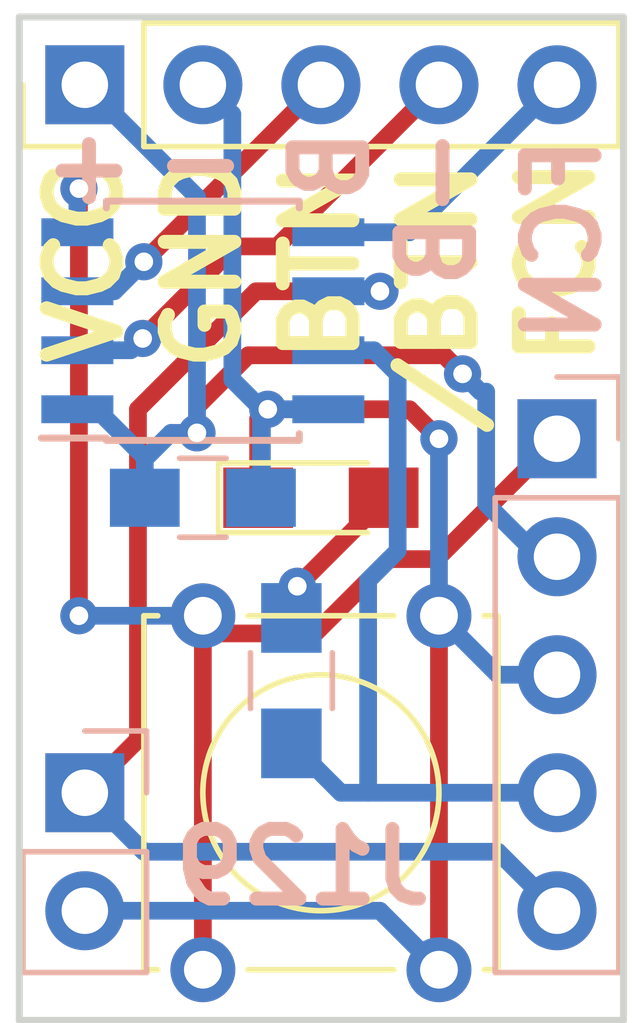
<source format=kicad_pcb>
(kicad_pcb (version 20171130) (host pcbnew "(5.0.2)-1")

  (general
    (thickness 1.6)
    (drawings 15)
    (tracks 87)
    (zones 0)
    (modules 8)
    (nets 10)
  )

  (page A4)
  (layers
    (0 F.Cu signal)
    (31 B.Cu signal)
    (32 B.Adhes user)
    (33 F.Adhes user)
    (34 B.Paste user)
    (35 F.Paste user)
    (36 B.SilkS user)
    (37 F.SilkS user)
    (38 B.Mask user)
    (39 F.Mask user)
    (40 Dwgs.User user)
    (41 Cmts.User user)
    (42 Eco1.User user)
    (43 Eco2.User user)
    (44 Edge.Cuts user)
    (45 Margin user)
    (46 B.CrtYd user)
    (47 F.CrtYd user)
    (48 B.Fab user)
    (49 F.Fab user)
  )

  (setup
    (last_trace_width 0.381)
    (user_trace_width 0.381)
    (user_trace_width 0.508)
    (user_trace_width 0.635)
    (user_trace_width 1.016)
    (user_trace_width 1.27)
    (trace_clearance 0.2)
    (zone_clearance 0.508)
    (zone_45_only no)
    (trace_min 0.2)
    (segment_width 0.2)
    (edge_width 0.15)
    (via_size 0.8)
    (via_drill 0.4)
    (via_min_size 0.4)
    (via_min_drill 0.3)
    (uvia_size 0.3)
    (uvia_drill 0.1)
    (uvias_allowed no)
    (uvia_min_size 0.2)
    (uvia_min_drill 0.1)
    (pcb_text_width 0.3)
    (pcb_text_size 1.5 1.5)
    (mod_edge_width 0.15)
    (mod_text_size 1 1)
    (mod_text_width 0.15)
    (pad_size 1.524 1.524)
    (pad_drill 0.762)
    (pad_to_mask_clearance 0.051)
    (solder_mask_min_width 0.25)
    (aux_axis_origin 0 0)
    (grid_origin 179.07 119.38)
    (visible_elements 7FF9FFFF)
    (pcbplotparams
      (layerselection 0x010f0_ffffffff)
      (usegerberextensions true)
      (usegerberattributes false)
      (usegerberadvancedattributes false)
      (creategerberjobfile false)
      (excludeedgelayer true)
      (linewidth 0.100000)
      (plotframeref false)
      (viasonmask false)
      (mode 1)
      (useauxorigin false)
      (hpglpennumber 1)
      (hpglpenspeed 20)
      (hpglpendiameter 15.000000)
      (psnegative false)
      (psa4output false)
      (plotreference true)
      (plotvalue true)
      (plotinvisibletext false)
      (padsonsilk false)
      (subtractmaskfromsilk false)
      (outputformat 1)
      (mirror false)
      (drillshape 0)
      (scaleselection 1)
      (outputdirectory ""))
  )

  (net 0 "")
  (net 1 VCC)
  (net 2 GND)
  (net 3 "Net-(D1-Pad2)")
  (net 4 PRESS)
  (net 5 -PRESS)
  (net 6 FUNCTION)
  (net 7 ICSPCLK)
  (net 8 ICSPDAT)
  (net 9 -MCLR)

  (net_class Default "This is the default net class."
    (clearance 0.2)
    (trace_width 0.25)
    (via_dia 0.8)
    (via_drill 0.4)
    (uvia_dia 0.3)
    (uvia_drill 0.1)
    (add_net -MCLR)
    (add_net -PRESS)
    (add_net FUNCTION)
    (add_net GND)
    (add_net ICSPCLK)
    (add_net ICSPDAT)
    (add_net "Net-(D1-Pad2)")
    (add_net PRESS)
    (add_net VCC)
  )

  (module Housings_SOIC:SOIC-8_3.9x4.9mm_Pitch1.27mm (layer B.Cu) (tedit 5C50D8F4) (tstamp 5C510591)
    (at 172.72 121.92)
    (descr "8-Lead Plastic Small Outline (SN) - Narrow, 3.90 mm Body [SOIC] (see Microchip Packaging Specification 00000049BS.pdf)")
    (tags "SOIC 1.27")
    (path /5C50CFAF)
    (attr smd)
    (fp_text reference U1 (at 0 3.5) (layer B.SilkS) hide
      (effects (font (size 1 1) (thickness 0.15)) (justify mirror))
    )
    (fp_text value PIC12F1822 (at 0 -3.5) (layer B.Fab) hide
      (effects (font (size 1 1) (thickness 0.15)) (justify mirror))
    )
    (fp_text user %R (at 0 0) (layer B.Fab) hide
      (effects (font (size 1 1) (thickness 0.15)) (justify mirror))
    )
    (fp_line (start -0.95 2.45) (end 1.95 2.45) (layer B.Fab) (width 0.1))
    (fp_line (start 1.95 2.45) (end 1.95 -2.45) (layer B.Fab) (width 0.1))
    (fp_line (start 1.95 -2.45) (end -1.95 -2.45) (layer B.Fab) (width 0.1))
    (fp_line (start -1.95 -2.45) (end -1.95 1.45) (layer B.Fab) (width 0.1))
    (fp_line (start -1.95 1.45) (end -0.95 2.45) (layer B.Fab) (width 0.1))
    (fp_line (start -3.73 2.7) (end -3.73 -2.7) (layer B.CrtYd) (width 0.05))
    (fp_line (start 3.73 2.7) (end 3.73 -2.7) (layer B.CrtYd) (width 0.05))
    (fp_line (start -3.73 2.7) (end 3.73 2.7) (layer B.CrtYd) (width 0.05))
    (fp_line (start -3.73 -2.7) (end 3.73 -2.7) (layer B.CrtYd) (width 0.05))
    (fp_line (start -2.075 2.575) (end -2.075 2.525) (layer B.SilkS) (width 0.15))
    (fp_line (start 2.075 2.575) (end 2.075 2.43) (layer B.SilkS) (width 0.15))
    (fp_line (start 2.075 -2.575) (end 2.075 -2.43) (layer B.SilkS) (width 0.15))
    (fp_line (start -2.075 -2.575) (end -2.075 -2.43) (layer B.SilkS) (width 0.15))
    (fp_line (start -2.075 2.575) (end 2.075 2.575) (layer B.SilkS) (width 0.15))
    (fp_line (start -2.075 -2.575) (end 2.075 -2.575) (layer B.SilkS) (width 0.15))
    (fp_line (start -2.075 2.525) (end -3.475 2.525) (layer B.SilkS) (width 0.15))
    (pad 1 smd rect (at -2.7 1.905) (size 1.55 0.6) (layers B.Cu B.Paste B.Mask)
      (net 1 VCC))
    (pad 2 smd rect (at -2.7 0.635) (size 1.55 0.6) (layers B.Cu B.Paste B.Mask)
      (net 5 -PRESS))
    (pad 3 smd rect (at -2.7 -0.635) (size 1.55 0.6) (layers B.Cu B.Paste B.Mask)
      (net 4 PRESS))
    (pad 4 smd rect (at -2.7 -1.905) (size 1.55 0.6) (layers B.Cu B.Paste B.Mask)
      (net 9 -MCLR))
    (pad 5 smd rect (at 2.7 -1.905) (size 1.55 0.6) (layers B.Cu B.Paste B.Mask)
      (net 6 FUNCTION))
    (pad 6 smd rect (at 2.7 -0.635) (size 1.55 0.6) (layers B.Cu B.Paste B.Mask)
      (net 7 ICSPCLK))
    (pad 7 smd rect (at 2.7 0.635) (size 1.55 0.6) (layers B.Cu B.Paste B.Mask)
      (net 8 ICSPDAT))
    (pad 8 smd rect (at 2.7 1.905) (size 1.55 0.6) (layers B.Cu B.Paste B.Mask)
      (net 2 GND))
    (model ${KISYS3DMOD}/Housings_SOIC.3dshapes/SOIC-8_3.9x4.9mm_Pitch1.27mm.wrl
      (at (xyz 0 0 0))
      (scale (xyz 1 1 1))
      (rotate (xyz 0 0 0))
    )
  )

  (module Capacitors_SMD:C_0805_HandSoldering (layer B.Cu) (tedit 5C50D8F1) (tstamp 5C510472)
    (at 172.72 125.73 180)
    (descr "Capacitor SMD 0805, hand soldering")
    (tags "capacitor 0805")
    (path /5C50D6F4)
    (attr smd)
    (fp_text reference C1 (at 0 1.75 180) (layer B.SilkS) hide
      (effects (font (size 1 1) (thickness 0.15)) (justify mirror))
    )
    (fp_text value .1u (at 0 -1.75 180) (layer B.Fab) hide
      (effects (font (size 1 1) (thickness 0.15)) (justify mirror))
    )
    (fp_line (start 2.25 -0.87) (end -2.25 -0.87) (layer B.CrtYd) (width 0.05))
    (fp_line (start 2.25 -0.87) (end 2.25 0.88) (layer B.CrtYd) (width 0.05))
    (fp_line (start -2.25 0.88) (end -2.25 -0.87) (layer B.CrtYd) (width 0.05))
    (fp_line (start -2.25 0.88) (end 2.25 0.88) (layer B.CrtYd) (width 0.05))
    (fp_line (start -0.5 -0.85) (end 0.5 -0.85) (layer B.SilkS) (width 0.12))
    (fp_line (start 0.5 0.85) (end -0.5 0.85) (layer B.SilkS) (width 0.12))
    (fp_line (start -1 0.62) (end 1 0.62) (layer B.Fab) (width 0.1))
    (fp_line (start 1 0.62) (end 1 -0.62) (layer B.Fab) (width 0.1))
    (fp_line (start 1 -0.62) (end -1 -0.62) (layer B.Fab) (width 0.1))
    (fp_line (start -1 -0.62) (end -1 0.62) (layer B.Fab) (width 0.1))
    (fp_text user %R (at 0 1.75 180) (layer B.Fab) hide
      (effects (font (size 1 1) (thickness 0.15)) (justify mirror))
    )
    (pad 2 smd rect (at 1.25 0 180) (size 1.5 1.25) (layers B.Cu B.Paste B.Mask)
      (net 1 VCC))
    (pad 1 smd rect (at -1.25 0 180) (size 1.5 1.25) (layers B.Cu B.Paste B.Mask)
      (net 2 GND))
    (model Capacitors_SMD.3dshapes/C_0805.wrl
      (at (xyz 0 0 0))
      (scale (xyz 1 1 1))
      (rotate (xyz 0 0 0))
    )
  )

  (module LEDs:LED_0805_HandSoldering (layer F.Cu) (tedit 5C50D902) (tstamp 5C510487)
    (at 175.26 125.73)
    (descr "Resistor SMD 0805, hand soldering")
    (tags "resistor 0805")
    (path /5C50D84A)
    (attr smd)
    (fp_text reference D1 (at -3.81 0) (layer F.SilkS) hide
      (effects (font (size 1 1) (thickness 0.15)))
    )
    (fp_text value LED_ALT (at 0 1.75) (layer F.Fab) hide
      (effects (font (size 1 1) (thickness 0.15)))
    )
    (fp_line (start -2.2 -0.75) (end -2.2 0.75) (layer F.SilkS) (width 0.12))
    (fp_line (start 2.35 0.9) (end -2.35 0.9) (layer F.CrtYd) (width 0.05))
    (fp_line (start 2.35 0.9) (end 2.35 -0.9) (layer F.CrtYd) (width 0.05))
    (fp_line (start -2.35 -0.9) (end -2.35 0.9) (layer F.CrtYd) (width 0.05))
    (fp_line (start -2.35 -0.9) (end 2.35 -0.9) (layer F.CrtYd) (width 0.05))
    (fp_line (start -2.2 -0.75) (end 1 -0.75) (layer F.SilkS) (width 0.12))
    (fp_line (start 1 0.75) (end -2.2 0.75) (layer F.SilkS) (width 0.12))
    (fp_line (start -1 -0.62) (end 1 -0.62) (layer F.Fab) (width 0.1))
    (fp_line (start 1 -0.62) (end 1 0.62) (layer F.Fab) (width 0.1))
    (fp_line (start 1 0.62) (end -1 0.62) (layer F.Fab) (width 0.1))
    (fp_line (start -1 0.62) (end -1 -0.62) (layer F.Fab) (width 0.1))
    (fp_line (start 0.2 -0.4) (end 0.2 0.4) (layer F.Fab) (width 0.1))
    (fp_line (start 0.2 0.4) (end -0.4 0) (layer F.Fab) (width 0.1))
    (fp_line (start -0.4 0) (end 0.2 -0.4) (layer F.Fab) (width 0.1))
    (fp_line (start -0.4 -0.4) (end -0.4 0.4) (layer F.Fab) (width 0.1))
    (pad 2 smd rect (at 1.35 0) (size 1.5 1.3) (layers F.Cu F.Paste F.Mask)
      (net 3 "Net-(D1-Pad2)"))
    (pad 1 smd rect (at -1.35 0) (size 1.5 1.3) (layers F.Cu F.Paste F.Mask)
      (net 2 GND))
    (model ${KISYS3DMOD}/LEDs.3dshapes/LED_0805.wrl
      (at (xyz 0 0 0))
      (scale (xyz 1 1 1))
      (rotate (xyz 0 0 0))
    )
  )

  (module Pin_Headers:Pin_Header_Straight_1x05_Pitch2.54mm (layer F.Cu) (tedit 5C50D616) (tstamp 5C5104A0)
    (at 170.18 116.84 90)
    (descr "Through hole straight pin header, 1x05, 2.54mm pitch, single row")
    (tags "Through hole pin header THT 1x05 2.54mm single row")
    (path /5C50D379)
    (fp_text reference J1 (at 0 -2.33 90) (layer F.SilkS) hide
      (effects (font (size 1 1) (thickness 0.15)))
    )
    (fp_text value BREADBOARD (at 2.54 5.08 180) (layer F.Fab)
      (effects (font (size 1 1) (thickness 0.15)))
    )
    (fp_line (start -0.635 -1.27) (end 1.27 -1.27) (layer F.Fab) (width 0.1))
    (fp_line (start 1.27 -1.27) (end 1.27 11.43) (layer F.Fab) (width 0.1))
    (fp_line (start 1.27 11.43) (end -1.27 11.43) (layer F.Fab) (width 0.1))
    (fp_line (start -1.27 11.43) (end -1.27 -0.635) (layer F.Fab) (width 0.1))
    (fp_line (start -1.27 -0.635) (end -0.635 -1.27) (layer F.Fab) (width 0.1))
    (fp_line (start -1.33 11.49) (end 1.33 11.49) (layer F.SilkS) (width 0.12))
    (fp_line (start -1.33 1.27) (end -1.33 11.49) (layer F.SilkS) (width 0.12))
    (fp_line (start 1.33 1.27) (end 1.33 11.49) (layer F.SilkS) (width 0.12))
    (fp_line (start -1.33 1.27) (end 1.33 1.27) (layer F.SilkS) (width 0.12))
    (fp_line (start -1.33 0) (end -1.33 -1.33) (layer F.SilkS) (width 0.12))
    (fp_line (start -1.33 -1.33) (end 0 -1.33) (layer F.SilkS) (width 0.12))
    (fp_line (start -1.8 -1.8) (end -1.8 11.95) (layer F.CrtYd) (width 0.05))
    (fp_line (start -1.8 11.95) (end 1.8 11.95) (layer F.CrtYd) (width 0.05))
    (fp_line (start 1.8 11.95) (end 1.8 -1.8) (layer F.CrtYd) (width 0.05))
    (fp_line (start 1.8 -1.8) (end -1.8 -1.8) (layer F.CrtYd) (width 0.05))
    (fp_text user %R (at 0 5.08 180) (layer F.Fab)
      (effects (font (size 1 1) (thickness 0.15)))
    )
    (pad 1 thru_hole rect (at 0 0 90) (size 1.7 1.7) (drill 1) (layers *.Cu *.Mask)
      (net 1 VCC))
    (pad 2 thru_hole oval (at 0 2.54 90) (size 1.7 1.7) (drill 1) (layers *.Cu *.Mask)
      (net 2 GND))
    (pad 3 thru_hole oval (at 0 5.08 90) (size 1.7 1.7) (drill 1) (layers *.Cu *.Mask)
      (net 4 PRESS))
    (pad 4 thru_hole oval (at 0 7.62 90) (size 1.7 1.7) (drill 1) (layers *.Cu *.Mask)
      (net 5 -PRESS))
    (pad 5 thru_hole oval (at 0 10.16 90) (size 1.7 1.7) (drill 1) (layers *.Cu *.Mask)
      (net 6 FUNCTION))
    (model ${KISYS3DMOD}/Pin_Headers.3dshapes/Pin_Header_Straight_1x05_Pitch2.54mm.wrl
      (at (xyz 0 0 0))
      (scale (xyz 1 1 1))
      (rotate (xyz 0 0 0))
    )
  )

  (module Pin_Headers:Pin_Header_Straight_1x05_Pitch2.54mm (layer B.Cu) (tedit 5C50D906) (tstamp 5C5104B9)
    (at 180.34 124.46 180)
    (descr "Through hole straight pin header, 1x05, 2.54mm pitch, single row")
    (tags "Through hole pin header THT 1x05 2.54mm single row")
    (path /5C50D2CA)
    (fp_text reference J2 (at 0 2.33 180) (layer B.SilkS) hide
      (effects (font (size 1 1) (thickness 0.15)) (justify mirror))
    )
    (fp_text value ICSP (at 0 -12.49 180) (layer B.Fab) hide
      (effects (font (size 1 1) (thickness 0.15)) (justify mirror))
    )
    (fp_text user %R (at 0 -5.08 90) (layer B.Fab)
      (effects (font (size 1 1) (thickness 0.15)) (justify mirror))
    )
    (fp_line (start 1.8 1.8) (end -1.8 1.8) (layer B.CrtYd) (width 0.05))
    (fp_line (start 1.8 -11.95) (end 1.8 1.8) (layer B.CrtYd) (width 0.05))
    (fp_line (start -1.8 -11.95) (end 1.8 -11.95) (layer B.CrtYd) (width 0.05))
    (fp_line (start -1.8 1.8) (end -1.8 -11.95) (layer B.CrtYd) (width 0.05))
    (fp_line (start -1.33 1.33) (end 0 1.33) (layer B.SilkS) (width 0.12))
    (fp_line (start -1.33 0) (end -1.33 1.33) (layer B.SilkS) (width 0.12))
    (fp_line (start -1.33 -1.27) (end 1.33 -1.27) (layer B.SilkS) (width 0.12))
    (fp_line (start 1.33 -1.27) (end 1.33 -11.49) (layer B.SilkS) (width 0.12))
    (fp_line (start -1.33 -1.27) (end -1.33 -11.49) (layer B.SilkS) (width 0.12))
    (fp_line (start -1.33 -11.49) (end 1.33 -11.49) (layer B.SilkS) (width 0.12))
    (fp_line (start -1.27 0.635) (end -0.635 1.27) (layer B.Fab) (width 0.1))
    (fp_line (start -1.27 -11.43) (end -1.27 0.635) (layer B.Fab) (width 0.1))
    (fp_line (start 1.27 -11.43) (end -1.27 -11.43) (layer B.Fab) (width 0.1))
    (fp_line (start 1.27 1.27) (end 1.27 -11.43) (layer B.Fab) (width 0.1))
    (fp_line (start -0.635 1.27) (end 1.27 1.27) (layer B.Fab) (width 0.1))
    (pad 5 thru_hole oval (at 0 -10.16 180) (size 1.7 1.7) (drill 1) (layers *.Cu *.Mask)
      (net 7 ICSPCLK))
    (pad 4 thru_hole oval (at 0 -7.62 180) (size 1.7 1.7) (drill 1) (layers *.Cu *.Mask)
      (net 8 ICSPDAT))
    (pad 3 thru_hole oval (at 0 -5.08 180) (size 1.7 1.7) (drill 1) (layers *.Cu *.Mask)
      (net 2 GND))
    (pad 2 thru_hole oval (at 0 -2.54 180) (size 1.7 1.7) (drill 1) (layers *.Cu *.Mask)
      (net 1 VCC))
    (pad 1 thru_hole rect (at 0 0 180) (size 1.7 1.7) (drill 1) (layers *.Cu *.Mask)
      (net 9 -MCLR))
    (model ${KISYS3DMOD}/Pin_Headers.3dshapes/Pin_Header_Straight_1x05_Pitch2.54mm.wrl
      (at (xyz 0 0 0))
      (scale (xyz 1 1 1))
      (rotate (xyz 0 0 0))
    )
  )

  (module Pin_Headers:Pin_Header_Straight_1x02_Pitch2.54mm (layer B.Cu) (tedit 5C50D6ED) (tstamp 5C5104CF)
    (at 170.18 132.08 180)
    (descr "Through hole straight pin header, 1x02, 2.54mm pitch, single row")
    (tags "Through hole pin header THT 1x02 2.54mm single row")
    (path /5C50E12E)
    (fp_text reference JP1 (at 0 2.33 180) (layer B.SilkS) hide
      (effects (font (size 1 1) (thickness 0.15)) (justify mirror))
    )
    (fp_text value Jumper (at 0 -4.87 180) (layer B.Fab)
      (effects (font (size 1 1) (thickness 0.15)) (justify mirror))
    )
    (fp_text user %R (at 0 -1.27 90) (layer B.Fab)
      (effects (font (size 1 1) (thickness 0.15)) (justify mirror))
    )
    (fp_line (start 1.8 1.8) (end -1.8 1.8) (layer B.CrtYd) (width 0.05))
    (fp_line (start 1.8 -4.35) (end 1.8 1.8) (layer B.CrtYd) (width 0.05))
    (fp_line (start -1.8 -4.35) (end 1.8 -4.35) (layer B.CrtYd) (width 0.05))
    (fp_line (start -1.8 1.8) (end -1.8 -4.35) (layer B.CrtYd) (width 0.05))
    (fp_line (start -1.33 1.33) (end 0 1.33) (layer B.SilkS) (width 0.12))
    (fp_line (start -1.33 0) (end -1.33 1.33) (layer B.SilkS) (width 0.12))
    (fp_line (start -1.33 -1.27) (end 1.33 -1.27) (layer B.SilkS) (width 0.12))
    (fp_line (start 1.33 -1.27) (end 1.33 -3.87) (layer B.SilkS) (width 0.12))
    (fp_line (start -1.33 -1.27) (end -1.33 -3.87) (layer B.SilkS) (width 0.12))
    (fp_line (start -1.33 -3.87) (end 1.33 -3.87) (layer B.SilkS) (width 0.12))
    (fp_line (start -1.27 0.635) (end -0.635 1.27) (layer B.Fab) (width 0.1))
    (fp_line (start -1.27 -3.81) (end -1.27 0.635) (layer B.Fab) (width 0.1))
    (fp_line (start 1.27 -3.81) (end -1.27 -3.81) (layer B.Fab) (width 0.1))
    (fp_line (start 1.27 1.27) (end 1.27 -3.81) (layer B.Fab) (width 0.1))
    (fp_line (start -0.635 1.27) (end 1.27 1.27) (layer B.Fab) (width 0.1))
    (pad 2 thru_hole oval (at 0 -2.54 180) (size 1.7 1.7) (drill 1) (layers *.Cu *.Mask)
      (net 2 GND))
    (pad 1 thru_hole rect (at 0 0 180) (size 1.7 1.7) (drill 1) (layers *.Cu *.Mask)
      (net 7 ICSPCLK))
    (model ${KISYS3DMOD}/Pin_Headers.3dshapes/Pin_Header_Straight_1x02_Pitch2.54mm.wrl
      (at (xyz 0 0 0))
      (scale (xyz 1 1 1))
      (rotate (xyz 0 0 0))
    )
  )

  (module Resistors_SMD:R_0805_HandSoldering (layer B.Cu) (tedit 5C50D973) (tstamp 5C5104E0)
    (at 174.625 129.667 270)
    (descr "Resistor SMD 0805, hand soldering")
    (tags "resistor 0805")
    (path /5C50D8F5)
    (attr smd)
    (fp_text reference R1 (at 0 1.7 270) (layer B.SilkS) hide
      (effects (font (size 1 1) (thickness 0.15)) (justify mirror))
    )
    (fp_text value 499 (at 0 0 270) (layer B.Fab) hide
      (effects (font (size 1 1) (thickness 0.15)) (justify mirror))
    )
    (fp_line (start 2.35 -0.9) (end -2.35 -0.9) (layer B.CrtYd) (width 0.05))
    (fp_line (start 2.35 -0.9) (end 2.35 0.9) (layer B.CrtYd) (width 0.05))
    (fp_line (start -2.35 0.9) (end -2.35 -0.9) (layer B.CrtYd) (width 0.05))
    (fp_line (start -2.35 0.9) (end 2.35 0.9) (layer B.CrtYd) (width 0.05))
    (fp_line (start -0.6 0.88) (end 0.6 0.88) (layer B.SilkS) (width 0.12))
    (fp_line (start 0.6 -0.88) (end -0.6 -0.88) (layer B.SilkS) (width 0.12))
    (fp_line (start -1 0.62) (end 1 0.62) (layer B.Fab) (width 0.1))
    (fp_line (start 1 0.62) (end 1 -0.62) (layer B.Fab) (width 0.1))
    (fp_line (start 1 -0.62) (end -1 -0.62) (layer B.Fab) (width 0.1))
    (fp_line (start -1 -0.62) (end -1 0.62) (layer B.Fab) (width 0.1))
    (fp_text user %R (at 0 0 270) (layer B.Fab) hide
      (effects (font (size 0.5 0.5) (thickness 0.075)) (justify mirror))
    )
    (pad 2 smd rect (at 1.35 0 270) (size 1.5 1.3) (layers B.Cu B.Paste B.Mask)
      (net 8 ICSPDAT))
    (pad 1 smd rect (at -1.35 0 270) (size 1.5 1.3) (layers B.Cu B.Paste B.Mask)
      (net 3 "Net-(D1-Pad2)"))
    (model ${KISYS3DMOD}/Resistors_SMD.3dshapes/R_0805.wrl
      (at (xyz 0 0 0))
      (scale (xyz 1 1 1))
      (rotate (xyz 0 0 0))
    )
  )

  (module Buttons_Switches_THT:SW_Tactile_Straight_KSA0Axx1LFTR (layer F.Cu) (tedit 5C50D96A) (tstamp 5C5104FA)
    (at 172.72 135.89 90)
    (descr "SW PUSH SMALL http://www.ckswitches.com/media/1457/ksa_ksl.pdf")
    (tags "SW PUSH SMALL Tactile C&K")
    (path /5C50D0EC)
    (fp_text reference SW1 (at 3.81 -2.08 90) (layer F.SilkS) hide
      (effects (font (size 1 1) (thickness 0.15)))
    )
    (fp_text value SW_Push (at 3.81 3.81 90) (layer F.Fab) hide
      (effects (font (size 1 1) (thickness 0.15)))
    )
    (fp_circle (center 3.81 2.54) (end 3.81 0) (layer F.SilkS) (width 0.12))
    (fp_line (start 0 6.05) (end 0 6.35) (layer F.SilkS) (width 0.12))
    (fp_line (start 7.62 6.05) (end 7.62 6.35) (layer F.SilkS) (width 0.12))
    (fp_line (start 8.57 6.49) (end -0.95 6.49) (layer F.CrtYd) (width 0.05))
    (fp_line (start 8.57 6.49) (end 8.57 -1.41) (layer F.CrtYd) (width 0.05))
    (fp_line (start -0.95 -1.41) (end -0.95 6.49) (layer F.CrtYd) (width 0.05))
    (fp_line (start -0.95 -1.41) (end 8.57 -1.41) (layer F.CrtYd) (width 0.05))
    (fp_line (start 0 0.97) (end 0 4.11) (layer F.SilkS) (width 0.12))
    (fp_line (start 7.62 0.97) (end 7.62 4.11) (layer F.SilkS) (width 0.12))
    (fp_line (start 0 -1.27) (end 0 -0.97) (layer F.SilkS) (width 0.12))
    (fp_line (start 7.62 6.35) (end 0 6.35) (layer F.SilkS) (width 0.12))
    (fp_line (start 7.62 -1.27) (end 7.62 -0.97) (layer F.SilkS) (width 0.12))
    (fp_line (start 0 -1.27) (end 7.62 -1.27) (layer F.SilkS) (width 0.12))
    (fp_text user %R (at 3.81 2.54 90) (layer F.Fab) hide
      (effects (font (size 1 1) (thickness 0.15)))
    )
    (fp_line (start 0.11 6.24) (end 0.11 -1.16) (layer F.Fab) (width 0.1))
    (fp_line (start 0.11 -1.16) (end 7.51 -1.16) (layer F.Fab) (width 0.1))
    (fp_line (start 7.51 -1.16) (end 7.51 6.24) (layer F.Fab) (width 0.1))
    (fp_line (start 7.51 6.24) (end 0.11 6.24) (layer F.Fab) (width 0.1))
    (pad 2 thru_hole circle (at 0 5.08 90) (size 1.397 1.397) (drill 0.8128) (layers *.Cu *.Mask)
      (net 2 GND))
    (pad 1 thru_hole circle (at 0 0 90) (size 1.397 1.397) (drill 0.8128) (layers *.Cu *.Mask)
      (net 9 -MCLR))
    (pad 2 thru_hole circle (at 7.62 5.08 90) (size 1.397 1.397) (drill 0.8128) (layers *.Cu *.Mask)
      (net 2 GND))
    (pad 1 thru_hole circle (at 7.62 0 90) (size 1.397 1.397) (drill 0.8128) (layers *.Cu *.Mask)
      (net 9 -MCLR))
    (model ${KISYS3DMOD}/Buttons_Switches_THT.3dshapes/SW_Tactile_Straight_KSA0Axx1LFTR.wrl
      (at (xyz 0 0 0))
      (scale (xyz 1 1 1))
      (rotate (xyz 0 0 0))
    )
  )

  (gr_text J129 (at 174.87 133.68) (layer B.SilkS)
    (effects (font (size 1.5 1.5) (thickness 0.3)) (justify mirror))
  )
  (gr_text FCN (at 180.47 120.18 90) (layer B.SilkS)
    (effects (font (size 1.5 1.5) (thickness 0.3)) (justify mirror))
  )
  (gr_text -B (at 177.77 119.48 90) (layer B.SilkS)
    (effects (font (size 1.5 1.5) (thickness 0.3)) (justify mirror))
  )
  (gr_text B (at 175.47 118.58 90) (layer B.SilkS)
    (effects (font (size 1.5 1.5) (thickness 0.3)) (justify mirror))
  )
  (gr_text - (at 172.67 118.48) (layer B.SilkS)
    (effects (font (size 1.5 1.5) (thickness 0.3)) (justify mirror))
  )
  (gr_text + (at 170.27 118.58) (layer B.SilkS)
    (effects (font (size 1.5 1.5) (thickness 0.3)) (justify mirror))
  )
  (gr_line (start 168.77 136.98) (end 168.77 115.38) (angle 90) (layer Edge.Cuts) (width 0.15))
  (gr_line (start 181.77 136.98) (end 168.77 136.98) (angle 90) (layer Edge.Cuts) (width 0.15))
  (gr_line (start 181.77 115.38) (end 181.77 136.98) (angle 90) (layer Edge.Cuts) (width 0.15))
  (gr_line (start 181.77 115.38) (end 168.77 115.38) (angle 90) (layer Edge.Cuts) (width 0.15))
  (gr_text FCN (at 180.34 120.65 90) (layer F.SilkS)
    (effects (font (size 1.5 1.5) (thickness 0.3)))
  )
  (gr_text /BTN (at 177.8 121.412 90) (layer F.SilkS)
    (effects (font (size 1.5 1.5) (thickness 0.3)))
  )
  (gr_text BTN (at 175.26 120.65 90) (layer F.SilkS)
    (effects (font (size 1.5 1.5) (thickness 0.3)))
  )
  (gr_text GND (at 172.72 120.65 90) (layer F.SilkS)
    (effects (font (size 1.5 1.5) (thickness 0.3)))
  )
  (gr_text VCC (at 170.18 120.65 90) (layer F.SilkS)
    (effects (font (size 1.5 1.5) (thickness 0.3)))
  )

  (segment (start 171.47 124.861) (end 171.47 124.8972) (width 0.381) (layer B.Cu) (net 1) (tstamp 5C516B67))
  (segment (start 170.434 123.825) (end 171.47 124.861) (width 0.381) (layer B.Cu) (net 1) (tstamp 5C516B64) (status 400000))
  (segment (start 170.02 123.825) (end 170.434 123.825) (width 0.381) (layer B.Cu) (net 1) (status C00000))
  (segment (start 171.47 124.8972) (end 171.47 125.73) (width 0.381) (layer B.Cu) (net 1) (tstamp 5C51A77D) (status 800000))
  (segment (start 180.34 127) (end 179.959 127) (width 0.381) (layer B.Cu) (net 1) (status C00000))
  (segment (start 179.959 127) (end 178.816 125.857) (width 0.381) (layer B.Cu) (net 1) (tstamp 5C516B84) (status 400000))
  (segment (start 178.816 125.857) (end 178.816 123.444) (width 0.381) (layer B.Cu) (net 1) (tstamp 5C516B85))
  (segment (start 178.308 123.063) (end 178.689 123.444) (width 0.381) (layer B.Cu) (net 1) (tstamp 5C5172E9))
  (via (at 178.308 123.063) (size 0.8) (drill 0.4) (layers F.Cu B.Cu) (net 1))
  (via (at 172.593 124.333) (size 0.8) (drill 0.4) (layers F.Cu B.Cu) (net 1))
  (segment (start 173.697314 122.663001) (end 172.593 123.767315) (width 0.381) (layer F.Cu) (net 1))
  (segment (start 178.308 123.063) (end 177.908001 122.663001) (width 0.381) (layer F.Cu) (net 1))
  (segment (start 170.18 116.84) (end 172.593 119.253) (width 0.381) (layer B.Cu) (net 1))
  (segment (start 177.908001 122.663001) (end 173.697314 122.663001) (width 0.381) (layer F.Cu) (net 1))
  (segment (start 172.593 123.767315) (end 172.593 124.333) (width 0.381) (layer B.Cu) (net 1))
  (segment (start 172.593 119.253) (end 172.593 123.767315) (width 0.381) (layer B.Cu) (net 1))
  (segment (start 172.593 123.767315) (end 172.593 124.333) (width 0.381) (layer F.Cu) (net 1))
  (segment (start 172.593 124.333) (end 172.0342 124.333) (width 0.381) (layer B.Cu) (net 1))
  (segment (start 172.0342 124.333) (end 171.47 124.8972) (width 0.381) (layer B.Cu) (net 1) (tstamp 5C51A779))
  (segment (start 173.99 123.825) (end 175.42 123.825) (width 0.381) (layer B.Cu) (net 2) (tstamp 5C51689E) (status 800000))
  (segment (start 173.97 125.73) (end 173.99 125.71) (width 0.381) (layer B.Cu) (net 2) (status C00000))
  (segment (start 173.99 125.71) (end 173.99 123.825) (width 0.381) (layer B.Cu) (net 2) (tstamp 5C5168A9) (status 400000))
  (segment (start 180.34 129.54) (end 179.07 129.54) (width 0.381) (layer B.Cu) (net 2) (status 400000))
  (segment (start 179.07 129.54) (end 177.8 128.27) (width 0.381) (layer B.Cu) (net 2) (tstamp 5C516A58) (status 800000))
  (segment (start 177.8 135.89) (end 176.53 134.62) (width 0.381) (layer B.Cu) (net 2) (status 400000))
  (segment (start 176.53 134.62) (end 170.18 134.62) (width 0.381) (layer B.Cu) (net 2) (tstamp 5C516B4D) (status 800000))
  (segment (start 172.72 116.84) (end 173.355 117.475) (width 0.381) (layer B.Cu) (net 2) (status C00000))
  (segment (start 173.355 123.19) (end 173.99 123.825) (width 0.381) (layer B.Cu) (net 2) (tstamp 5C516B5B))
  (segment (start 173.355 117.475) (end 173.355 123.19) (width 0.381) (layer B.Cu) (net 2) (tstamp 5C516B5A) (status 400000))
  (via (at 174.117 123.825) (size 0.8) (drill 0.4) (layers F.Cu B.Cu) (net 2))
  (segment (start 173.97 123.972) (end 173.97 125.73) (width 0.381) (layer B.Cu) (net 2) (tstamp 5C516B81) (status 800000))
  (segment (start 174.117 123.825) (end 173.97 123.972) (width 0.381) (layer B.Cu) (net 2) (tstamp 5C516B80))
  (segment (start 177.8 135.89) (end 177.8 128.27) (width 0.381) (layer F.Cu) (net 2) (status C00000))
  (segment (start 174.117 123.825) (end 173.91 124.032) (width 0.381) (layer F.Cu) (net 2))
  (segment (start 173.91 124.032) (end 173.91 125.73) (width 0.381) (layer F.Cu) (net 2) (tstamp 5C516BB7) (status 800000))
  (segment (start 177.8 128.27) (end 177.8 124.46) (width 0.381) (layer B.Cu) (net 2) (status 400000))
  (segment (start 177.165 123.825) (end 174.117 123.825) (width 0.381) (layer F.Cu) (net 2) (tstamp 5C5172E2))
  (segment (start 177.8 124.46) (end 177.165 123.825) (width 0.381) (layer F.Cu) (net 2) (tstamp 5C5172E1))
  (via (at 177.8 124.46) (size 0.8) (drill 0.4) (layers F.Cu B.Cu) (net 2))
  (segment (start 176.61 125.73) (end 176.61 125.777) (width 0.381) (layer F.Cu) (net 3) (status C00000))
  (segment (start 174.625 127.762) (end 174.625 128.317) (width 0.381) (layer B.Cu) (net 3) (tstamp 5C516A55) (status C00000))
  (segment (start 174.752 127.635) (end 174.625 127.762) (width 0.381) (layer B.Cu) (net 3) (tstamp 5C516A54) (status 800000))
  (via (at 174.752 127.635) (size 0.8) (drill 0.4) (layers F.Cu B.Cu) (net 3))
  (segment (start 176.61 125.777) (end 174.752 127.635) (width 0.381) (layer F.Cu) (net 3) (tstamp 5C516A52) (status 400000))
  (segment (start 175.26 116.84) (end 171.45 120.65) (width 0.381) (layer F.Cu) (net 4) (status 400000))
  (segment (start 170.815 121.285) (end 170.02 121.285) (width 0.381) (layer B.Cu) (net 4) (tstamp 5C50F817) (status 800000))
  (segment (start 171.45 120.65) (end 170.815 121.285) (width 0.381) (layer B.Cu) (net 4) (tstamp 5C50F816))
  (via (at 171.45 120.65) (size 0.8) (drill 0.4) (layers F.Cu B.Cu) (net 4))
  (segment (start 177.8 116.84) (end 174.3202 120.3198) (width 0.381) (layer F.Cu) (net 5) (status 400000))
  (segment (start 171.1706 122.555) (end 170.02 122.555) (width 0.381) (layer B.Cu) (net 5) (tstamp 5C50F804) (status 800000))
  (segment (start 171.4246 122.301) (end 171.1706 122.555) (width 0.381) (layer B.Cu) (net 5) (tstamp 5C50F803))
  (via (at 171.4246 122.301) (size 0.8) (drill 0.4) (layers F.Cu B.Cu) (net 5))
  (segment (start 173.4058 120.3198) (end 171.4246 122.301) (width 0.381) (layer F.Cu) (net 5) (tstamp 5C50F7F4))
  (segment (start 174.3202 120.3198) (end 173.4058 120.3198) (width 0.381) (layer F.Cu) (net 5) (tstamp 5C50F7EA))
  (segment (start 175.42 120.015) (end 177.165 120.015) (width 0.381) (layer B.Cu) (net 6) (status 400000))
  (segment (start 177.165 120.015) (end 180.34 116.84) (width 0.381) (layer B.Cu) (net 6) (tstamp 5C516B77) (status 800000))
  (segment (start 180.34 134.62) (end 179.07 133.35) (width 0.381) (layer B.Cu) (net 7) (status 400000))
  (segment (start 171.45 133.35) (end 170.18 132.08) (width 0.381) (layer B.Cu) (net 7) (tstamp 5C516B52) (status 800000))
  (segment (start 179.07 133.35) (end 171.45 133.35) (width 0.381) (layer B.Cu) (net 7) (tstamp 5C516B51))
  (segment (start 175.42 121.285) (end 176.53 121.285) (width 0.381) (layer B.Cu) (net 7) (status 400000))
  (segment (start 174.879 121.285) (end 174.879 121.285) (width 0.381) (layer F.Cu) (net 7) (tstamp 5C516B98))
  (via (at 176.53 121.285) (size 0.8) (drill 0.4) (layers F.Cu B.Cu) (net 7))
  (segment (start 171.323 130.937) (end 170.18 132.08) (width 0.381) (layer F.Cu) (net 7))
  (segment (start 171.323 123.825) (end 171.323 130.937) (width 0.381) (layer F.Cu) (net 7))
  (segment (start 176.53 121.285) (end 173.863 121.285) (width 0.381) (layer F.Cu) (net 7))
  (segment (start 173.863 121.285) (end 171.323 123.825) (width 0.381) (layer F.Cu) (net 7))
  (segment (start 180.34 132.08) (end 176.276 132.08) (width 0.381) (layer B.Cu) (net 8) (status 400000))
  (segment (start 176.276 132.08) (end 175.688 132.08) (width 0.381) (layer B.Cu) (net 8) (tstamp 5C516A50))
  (segment (start 175.688 132.08) (end 174.625 131.017) (width 0.381) (layer B.Cu) (net 8) (tstamp 5C516A47) (status 800000))
  (segment (start 175.42 122.555) (end 176.403 122.555) (width 0.381) (layer B.Cu) (net 8) (status 400000))
  (segment (start 176.276 127.508) (end 176.276 132.08) (width 0.381) (layer B.Cu) (net 8) (tstamp 5C516A4D))
  (segment (start 176.911 126.873) (end 176.276 127.508) (width 0.381) (layer B.Cu) (net 8) (tstamp 5C516A4C))
  (segment (start 176.911 123.063) (end 176.911 126.873) (width 0.381) (layer B.Cu) (net 8) (tstamp 5C516A4B))
  (segment (start 176.403 122.555) (end 176.911 123.063) (width 0.381) (layer B.Cu) (net 8) (tstamp 5C516A4A))
  (segment (start 180.34 124.46) (end 177.7492 127.0508) (width 0.381) (layer F.Cu) (net 9) (status 400000))
  (segment (start 173.101 128.651) (end 172.72 128.27) (width 0.381) (layer F.Cu) (net 9) (tstamp 5C516B91) (status C00000))
  (segment (start 175.133 128.651) (end 173.101 128.651) (width 0.381) (layer F.Cu) (net 9) (tstamp 5C516B8F) (status 800000))
  (segment (start 176.7332 127.0508) (end 175.133 128.651) (width 0.381) (layer F.Cu) (net 9) (tstamp 5C516B8E))
  (segment (start 177.7492 127.0508) (end 176.7332 127.0508) (width 0.381) (layer F.Cu) (net 9) (tstamp 5C516B8D))
  (segment (start 172.72 135.89) (end 172.72 128.27) (width 0.381) (layer F.Cu) (net 9) (status C00000))
  (via (at 170.053 128.27) (size 0.8) (drill 0.4) (layers F.Cu B.Cu) (net 9))
  (segment (start 170.02 120.015) (end 170.02 119.1082) (width 0.381) (layer B.Cu) (net 9) (tstamp 5C50F7DB) (status 400000))
  (segment (start 170.053 119.0752) (end 170.02 119.1082) (width 0.381) (layer B.Cu) (net 9) (tstamp 5C50F7DA))
  (via (at 170.053 119.0752) (size 0.8) (drill 0.4) (layers F.Cu B.Cu) (net 9))
  (segment (start 170.053 123.570986) (end 170.053 119.0752) (width 0.381) (layer F.Cu) (net 9))
  (segment (start 170.053 128.27) (end 170.053 123.570986) (width 0.381) (layer F.Cu) (net 9))
  (segment (start 170.053 128.27) (end 172.72 128.27) (width 0.381) (layer B.Cu) (net 9) (status 800000))

)

</source>
